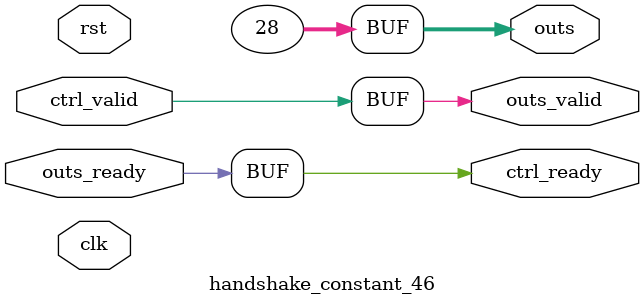
<source format=v>
`timescale 1ns / 1ps
module handshake_constant_46 #(
  parameter DATA_WIDTH = 32  // Default set to 32 bits
) (
  input                       clk,
  input                       rst,
  // Input Channel
  input                       ctrl_valid,
  output                      ctrl_ready,
  // Output Channel
  output [DATA_WIDTH - 1 : 0] outs,
  output                      outs_valid,
  input                       outs_ready
);
  assign outs       = 6'b011100;
  assign outs_valid = ctrl_valid;
  assign ctrl_ready = outs_ready;

endmodule

</source>
